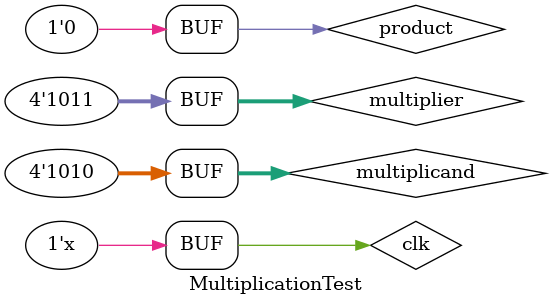
<source format=v>
`timescale 1ns / 1ps


module MultiplicationTest;

	// Inputs
	reg [3:0] multiplicand;
	reg [3:0] multiplier;
	reg clk;
	reg product;

	// Instantiate the Unit Under Test (UUT)
	Multiplication uut (
		.multiplicand(multiplicand), 
		.multiplier(multiplier), 
		.clk(clk), 
		.product(product)
	);
	
	always
	#10clk = ~clk;
	
	initial begin
		// Initialize Inputs
		//4'b1010,1011
		multiplicand = 4'b1010;
		multiplier = 4'b1011;
		clk = 0;
		product = 0;

		// Wait 100 ns for global reset to finish
		#100;
        
		// Add stimulus here

	end
      
endmodule


</source>
